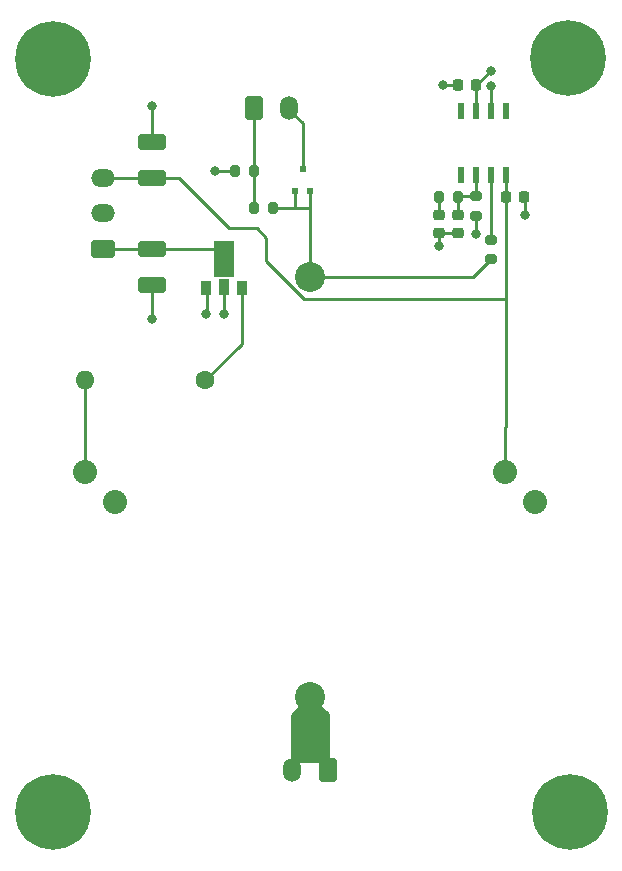
<source format=gbr>
%TF.GenerationSoftware,KiCad,Pcbnew,6.0.9-8da3e8f707~117~ubuntu20.04.1*%
%TF.CreationDate,2023-03-07T12:44:43-05:00*%
%TF.ProjectId,DCT_HV_Widget,4443545f-4856-45f5-9769-646765742e6b,rev?*%
%TF.SameCoordinates,Original*%
%TF.FileFunction,Copper,L1,Top*%
%TF.FilePolarity,Positive*%
%FSLAX46Y46*%
G04 Gerber Fmt 4.6, Leading zero omitted, Abs format (unit mm)*
G04 Created by KiCad (PCBNEW 6.0.9-8da3e8f707~117~ubuntu20.04.1) date 2023-03-07 12:44:43*
%MOMM*%
%LPD*%
G01*
G04 APERTURE LIST*
G04 Aperture macros list*
%AMRoundRect*
0 Rectangle with rounded corners*
0 $1 Rounding radius*
0 $2 $3 $4 $5 $6 $7 $8 $9 X,Y pos of 4 corners*
0 Add a 4 corners polygon primitive as box body*
4,1,4,$2,$3,$4,$5,$6,$7,$8,$9,$2,$3,0*
0 Add four circle primitives for the rounded corners*
1,1,$1+$1,$2,$3*
1,1,$1+$1,$4,$5*
1,1,$1+$1,$6,$7*
1,1,$1+$1,$8,$9*
0 Add four rect primitives between the rounded corners*
20,1,$1+$1,$2,$3,$4,$5,0*
20,1,$1+$1,$4,$5,$6,$7,0*
20,1,$1+$1,$6,$7,$8,$9,0*
20,1,$1+$1,$8,$9,$2,$3,0*%
G04 Aperture macros list end*
%TA.AperFunction,SMDPad,CuDef*%
%ADD10RoundRect,0.225000X-0.250000X0.225000X-0.250000X-0.225000X0.250000X-0.225000X0.250000X0.225000X0*%
%TD*%
%TA.AperFunction,SMDPad,CuDef*%
%ADD11RoundRect,0.225000X0.225000X0.250000X-0.225000X0.250000X-0.225000X-0.250000X0.225000X-0.250000X0*%
%TD*%
%TA.AperFunction,SMDPad,CuDef*%
%ADD12RoundRect,0.200000X-0.200000X-0.275000X0.200000X-0.275000X0.200000X0.275000X-0.200000X0.275000X0*%
%TD*%
%TA.AperFunction,SMDPad,CuDef*%
%ADD13RoundRect,0.200000X0.200000X0.275000X-0.200000X0.275000X-0.200000X-0.275000X0.200000X-0.275000X0*%
%TD*%
%TA.AperFunction,ComponentPad*%
%ADD14C,6.400000*%
%TD*%
%TA.AperFunction,SMDPad,CuDef*%
%ADD15RoundRect,0.250000X-0.925000X0.412500X-0.925000X-0.412500X0.925000X-0.412500X0.925000X0.412500X0*%
%TD*%
%TA.AperFunction,SMDPad,CuDef*%
%ADD16R,0.533400X1.460500*%
%TD*%
%TA.AperFunction,SMDPad,CuDef*%
%ADD17R,0.900000X1.300000*%
%TD*%
%TA.AperFunction,SMDPad,CuDef*%
%ADD18R,1.732000X3.125000*%
%TD*%
%TA.AperFunction,SMDPad,CuDef*%
%ADD19R,0.900000X1.475000*%
%TD*%
%TA.AperFunction,ComponentPad*%
%ADD20C,1.600000*%
%TD*%
%TA.AperFunction,ComponentPad*%
%ADD21O,1.600000X1.600000*%
%TD*%
%TA.AperFunction,ComponentPad*%
%ADD22RoundRect,0.250001X0.499999X0.759999X-0.499999X0.759999X-0.499999X-0.759999X0.499999X-0.759999X0*%
%TD*%
%TA.AperFunction,ComponentPad*%
%ADD23O,1.500000X2.020000*%
%TD*%
%TA.AperFunction,ComponentPad*%
%ADD24RoundRect,0.250001X0.759999X-0.499999X0.759999X0.499999X-0.759999X0.499999X-0.759999X-0.499999X0*%
%TD*%
%TA.AperFunction,ComponentPad*%
%ADD25O,2.020000X1.500000*%
%TD*%
%TA.AperFunction,ComponentPad*%
%ADD26RoundRect,0.250001X-0.499999X-0.759999X0.499999X-0.759999X0.499999X0.759999X-0.499999X0.759999X0*%
%TD*%
%TA.AperFunction,SMDPad,CuDef*%
%ADD27R,0.600000X0.550000*%
%TD*%
%TA.AperFunction,SMDPad,CuDef*%
%ADD28RoundRect,0.200000X-0.275000X0.200000X-0.275000X-0.200000X0.275000X-0.200000X0.275000X0.200000X0*%
%TD*%
%TA.AperFunction,SMDPad,CuDef*%
%ADD29RoundRect,0.200000X0.275000X-0.200000X0.275000X0.200000X-0.275000X0.200000X-0.275000X-0.200000X0*%
%TD*%
%TA.AperFunction,ComponentPad*%
%ADD30C,2.032000*%
%TD*%
%TA.AperFunction,ComponentPad*%
%ADD31C,2.540000*%
%TD*%
%TA.AperFunction,ViaPad*%
%ADD32C,0.800000*%
%TD*%
%TA.AperFunction,Conductor*%
%ADD33C,0.250000*%
%TD*%
G04 APERTURE END LIST*
D10*
%TO.P,C2,1*%
%TO.N,Net-(C2-Pad1)*%
X172875000Y-87800000D03*
%TO.P,C2,2*%
%TO.N,Net-(C1-Pad2)*%
X172875000Y-89350000D03*
%TD*%
D11*
%TO.P,C4,1*%
%TO.N,/VP6*%
X174365000Y-76800000D03*
%TO.P,C4,2*%
%TO.N,GND*%
X172815000Y-76800000D03*
%TD*%
D12*
%TO.P,R1,1*%
%TO.N,/V_Control*%
X155575000Y-87200000D03*
%TO.P,R1,2*%
%TO.N,Net-(D1-Pad1)*%
X157225000Y-87200000D03*
%TD*%
D13*
%TO.P,R4,2*%
%TO.N,Net-(C1-Pad1)*%
X171225000Y-86275000D03*
%TO.P,R4,1*%
%TO.N,Net-(C2-Pad1)*%
X172875000Y-86275000D03*
%TD*%
D14*
%TO.P,H2,1,1*%
%TO.N,GND*%
X182200000Y-74500000D03*
%TD*%
D15*
%TO.P,C6,1*%
%TO.N,/VP6*%
X146950000Y-90650000D03*
%TO.P,C6,2*%
%TO.N,GND*%
X146950000Y-93725000D03*
%TD*%
D14*
%TO.P,H1,1,1*%
%TO.N,GND*%
X138525000Y-74600000D03*
%TD*%
%TO.P,H3,1,1*%
%TO.N,GND*%
X138525000Y-138375000D03*
%TD*%
D16*
%TO.P,U1,1,NULL*%
%TO.N,unconnected-(U1-Pad1)*%
X173095000Y-84424150D03*
%TO.P,U1,2,-IN*%
%TO.N,Net-(C2-Pad1)*%
X174365000Y-84424150D03*
%TO.P,U1,3,+IN*%
%TO.N,Net-(R6-Pad1)*%
X175635000Y-84424150D03*
%TO.P,U1,4,V-*%
%TO.N,/VM6*%
X176905000Y-84424150D03*
%TO.P,U1,5,NULL*%
%TO.N,unconnected-(U1-Pad5)*%
X176905000Y-78975850D03*
%TO.P,U1,6,OUT*%
%TO.N,Net-(C1-Pad2)*%
X175635000Y-78975850D03*
%TO.P,U1,7,V+*%
%TO.N,/VP6*%
X174365000Y-78975850D03*
%TO.P,U1,8,NC*%
%TO.N,unconnected-(U1-Pad8)*%
X173095000Y-78975850D03*
%TD*%
D17*
%TO.P,Q1,1,E*%
%TO.N,Net-(Q1-Pad1)*%
X154540000Y-93942500D03*
%TO.P,Q1,2,B*%
%TO.N,Net-(C1-Pad2)*%
X151550000Y-93942500D03*
D18*
%TO.P,Q1,3,C*%
%TO.N,/VP6*%
X153050000Y-91555000D03*
D19*
X153050000Y-93855000D03*
%TD*%
D10*
%TO.P,C1,2*%
%TO.N,Net-(C1-Pad2)*%
X171247000Y-89350000D03*
%TO.P,C1,1*%
%TO.N,Net-(C1-Pad1)*%
X171247000Y-87800000D03*
%TD*%
D13*
%TO.P,R3,1*%
%TO.N,/V_Control*%
X155575000Y-84100000D03*
%TO.P,R3,2*%
%TO.N,GND*%
X153925000Y-84100000D03*
%TD*%
D14*
%TO.P,H4,1,1*%
%TO.N,GND*%
X182300000Y-138300000D03*
%TD*%
D20*
%TO.P,R5,1*%
%TO.N,Net-(Q1-Pad1)*%
X151465000Y-101800000D03*
D21*
%TO.P,R5,2*%
%TO.N,Net-(R5-Pad2)*%
X141305000Y-101800000D03*
%TD*%
D22*
%TO.P,J3,1,Pin_1*%
%TO.N,/HV_Input*%
X161825000Y-134780000D03*
D23*
%TO.P,J3,2,Pin_2*%
X158825000Y-134780000D03*
%TD*%
D24*
%TO.P,J2,1,Pin_1*%
%TO.N,/VP6*%
X142800000Y-90650000D03*
D25*
%TO.P,J2,2,Pin_2*%
%TO.N,GND*%
X142800000Y-87650000D03*
%TO.P,J2,3,Pin_3*%
%TO.N,/VM6*%
X142800000Y-84650000D03*
%TD*%
D26*
%TO.P,J1,1,Pin_1*%
%TO.N,/V_Control*%
X155550000Y-78720000D03*
D23*
%TO.P,J1,2,Pin_2*%
%TO.N,GND*%
X158550000Y-78720000D03*
%TD*%
D27*
%TO.P,D1,1,K*%
%TO.N,Net-(D1-Pad1)*%
X159055000Y-85725000D03*
%TO.P,D1,2,K*%
X160355000Y-85725000D03*
%TO.P,D1,3,A*%
%TO.N,GND*%
X159705000Y-83875000D03*
%TD*%
D28*
%TO.P,R6,1*%
%TO.N,Net-(R6-Pad1)*%
X175600000Y-89875000D03*
%TO.P,R6,2*%
%TO.N,Net-(D1-Pad1)*%
X175600000Y-91525000D03*
%TD*%
D15*
%TO.P,C5,1*%
%TO.N,GND*%
X146950000Y-81575000D03*
%TO.P,C5,2*%
%TO.N,/VM6*%
X146950000Y-84650000D03*
%TD*%
D29*
%TO.P,R2,2*%
%TO.N,Net-(C2-Pad1)*%
X174365000Y-86200000D03*
%TO.P,R2,1*%
%TO.N,GND*%
X174365000Y-87850000D03*
%TD*%
D30*
%TO.P,U2,1*%
%TO.N,Net-(R5-Pad2)*%
X141305000Y-109530000D03*
%TO.P,U2,2*%
%TO.N,Net-(U2-Pad2)*%
X143845000Y-112070000D03*
%TO.P,U2,3*%
%TO.N,/VM6*%
X176865000Y-109530000D03*
%TO.P,U2,4*%
%TO.N,Net-(U2-Pad2)*%
X179405000Y-112070000D03*
D31*
%TO.P,U2,5*%
%TO.N,Net-(D1-Pad1)*%
X160355000Y-93020000D03*
%TO.P,U2,6*%
%TO.N,/HV_Input*%
X160355000Y-128580000D03*
%TD*%
D11*
%TO.P,C3,1*%
%TO.N,GND*%
X178450000Y-86275000D03*
%TO.P,C3,2*%
%TO.N,/VM6*%
X176900000Y-86275000D03*
%TD*%
D32*
%TO.N,Net-(C1-Pad2)*%
X175635000Y-76835000D03*
X171250000Y-90450000D03*
X151550000Y-96187500D03*
%TO.N,GND*%
X174400000Y-89400000D03*
X146975000Y-96575000D03*
X146950000Y-78575000D03*
X152300000Y-84100000D03*
X178500000Y-87800000D03*
X171542000Y-76800000D03*
%TO.N,/VP6*%
X153050000Y-96187500D03*
X175600000Y-75600000D03*
%TD*%
D33*
%TO.N,Net-(C2-Pad1)*%
X174365000Y-86200000D02*
X174365000Y-84424150D01*
%TO.N,Net-(C1-Pad2)*%
X175635000Y-78975850D02*
X175635000Y-76835000D01*
%TO.N,Net-(C2-Pad1)*%
X172875000Y-86275000D02*
X172875000Y-87800000D01*
X174365000Y-86200000D02*
X172950000Y-86200000D01*
X172950000Y-86200000D02*
X172875000Y-86275000D01*
%TO.N,Net-(C1-Pad1)*%
X171247000Y-87800000D02*
X171247000Y-86297000D01*
X171247000Y-86297000D02*
X171225000Y-86275000D01*
%TO.N,Net-(C1-Pad2)*%
X171247000Y-89350000D02*
X172875000Y-89350000D01*
X171250000Y-90450000D02*
X171250000Y-89353000D01*
X171250000Y-89353000D02*
X171247000Y-89350000D01*
X151565000Y-93927500D02*
X151565000Y-96172500D01*
%TO.N,GND*%
X174400000Y-89400000D02*
X174400000Y-88185000D01*
X178500000Y-86545000D02*
X178455000Y-86500000D01*
X159705000Y-83875000D02*
X159705000Y-80000000D01*
X174400000Y-88185000D02*
X174365000Y-88150000D01*
X172815000Y-76800000D02*
X171542000Y-76800000D01*
X153925000Y-84100000D02*
X152300000Y-84100000D01*
X146975000Y-96575000D02*
X146975000Y-93575000D01*
X146950000Y-81575000D02*
X146950000Y-78575000D01*
X159705000Y-80000000D02*
X158575000Y-78870000D01*
X178500000Y-87800000D02*
X178500000Y-86545000D01*
%TO.N,/VM6*%
X153498500Y-88925000D02*
X149223500Y-84650000D01*
X176900000Y-86505000D02*
X176905000Y-86500000D01*
X176905000Y-86500000D02*
X176905000Y-84424150D01*
X156600000Y-91675000D02*
X156600000Y-89725000D01*
X155800000Y-88925000D02*
X153498500Y-88925000D01*
X176900000Y-105730000D02*
X176900000Y-102000000D01*
X176900000Y-94900000D02*
X159825000Y-94900000D01*
X159825000Y-94900000D02*
X156600000Y-91675000D01*
X176865000Y-105765000D02*
X176865000Y-109530000D01*
X146950000Y-84650000D02*
X142800000Y-84650000D01*
X176900000Y-102000000D02*
X176900000Y-94900000D01*
X176865000Y-105765000D02*
X176900000Y-105730000D01*
X156600000Y-89725000D02*
X155800000Y-88925000D01*
X149223500Y-84650000D02*
X146950000Y-84650000D01*
X176900000Y-94900000D02*
X176900000Y-86505000D01*
%TO.N,/VP6*%
X174365000Y-76800000D02*
X174400000Y-76800000D01*
X174400000Y-76800000D02*
X175600000Y-75600000D01*
X153050000Y-91555000D02*
X153050000Y-91225000D01*
X142800000Y-90650000D02*
X146950000Y-90650000D01*
X153050000Y-91225000D02*
X152475000Y-90650000D01*
X174365000Y-78975850D02*
X174365000Y-76800000D01*
X152475000Y-90650000D02*
X146950000Y-90650000D01*
X153065000Y-93840000D02*
X153065000Y-96172500D01*
%TO.N,Net-(D1-Pad1)*%
X160355000Y-85725000D02*
X160355000Y-87145000D01*
X174105000Y-93020000D02*
X175600000Y-91525000D01*
X159055000Y-87145000D02*
X159000000Y-87200000D01*
X159055000Y-85725000D02*
X159055000Y-87145000D01*
X158800000Y-87200000D02*
X159000000Y-87200000D01*
X159000000Y-87200000D02*
X160300000Y-87200000D01*
X160355000Y-87145000D02*
X160355000Y-93020000D01*
X160300000Y-87200000D02*
X160355000Y-87145000D01*
X160355000Y-93020000D02*
X174105000Y-93020000D01*
X158800000Y-87200000D02*
X157225000Y-87200000D01*
%TO.N,/V_Control*%
X155575000Y-78870000D02*
X155575000Y-84100000D01*
X155575000Y-87200000D02*
X155575000Y-84100000D01*
%TO.N,/HV_Input*%
X158825000Y-134780000D02*
X158825000Y-130110000D01*
X158825000Y-130110000D02*
X160355000Y-128580000D01*
X161825000Y-130050000D02*
X160355000Y-128580000D01*
X161825000Y-134780000D02*
X161825000Y-130050000D01*
%TO.N,Net-(Q1-Pad1)*%
X154540000Y-98725000D02*
X151465000Y-101800000D01*
X154540000Y-93942500D02*
X154540000Y-98725000D01*
%TO.N,Net-(R5-Pad2)*%
X141305000Y-109530000D02*
X141305000Y-101800000D01*
%TO.N,Net-(R6-Pad1)*%
X175635000Y-84424150D02*
X175635000Y-89840000D01*
X175635000Y-89840000D02*
X175600000Y-89875000D01*
%TD*%
%TA.AperFunction,Conductor*%
%TO.N,/HV_Input*%
G36*
X161128254Y-129369882D02*
G01*
X161146618Y-129384039D01*
X161779920Y-129972742D01*
X161816194Y-130033771D01*
X161820132Y-130064720D01*
X161820323Y-130144229D01*
X161829696Y-134043697D01*
X161809857Y-134111866D01*
X161756314Y-134158487D01*
X161703696Y-134170000D01*
X158985077Y-134170000D01*
X158916956Y-134149998D01*
X158870463Y-134096342D01*
X158859080Y-134044926D01*
X158830399Y-130144229D01*
X158849900Y-130075963D01*
X158869112Y-130052432D01*
X159553775Y-129394796D01*
X159616760Y-129362032D01*
X159640230Y-129359670D01*
X161060003Y-129350329D01*
X161128254Y-129369882D01*
G37*
%TD.AperFunction*%
%TD*%
M02*

</source>
